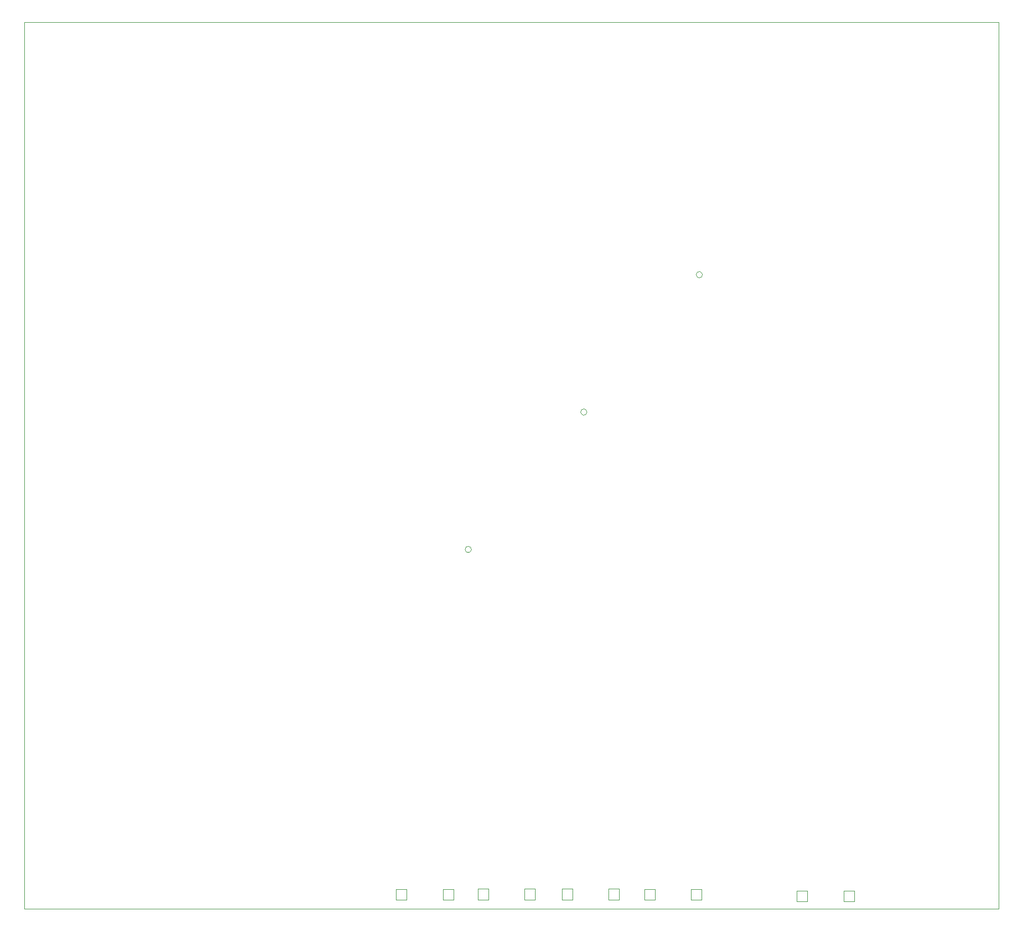
<source format=gm1>
G04 #@! TF.GenerationSoftware,KiCad,Pcbnew,8.0.0-rc1*
G04 #@! TF.CreationDate,2024-04-08T12:56:38+03:00*
G04 #@! TF.ProjectId,MXVR_3566,4d585652-5f33-4353-9636-2e6b69636164,REV1*
G04 #@! TF.SameCoordinates,Original*
G04 #@! TF.FileFunction,Profile,NP*
%FSLAX46Y46*%
G04 Gerber Fmt 4.6, Leading zero omitted, Abs format (unit mm)*
G04 Created by KiCad (PCBNEW 8.0.0-rc1) date 2024-04-08 12:56:38*
%MOMM*%
%LPD*%
G01*
G04 APERTURE LIST*
G04 #@! TA.AperFunction,Profile*
%ADD10C,0.050000*%
G04 #@! TD*
G04 APERTURE END LIST*
D10*
X47470000Y-25550000D02*
X203470000Y-25550000D01*
X203470000Y-167550000D01*
X47470000Y-167550000D01*
X47470000Y-25550000D01*
X119035000Y-110020000D02*
G75*
G02*
X118035000Y-110020000I-500000J0D01*
G01*
X118035000Y-110020000D02*
G75*
G02*
X119035000Y-110020000I500000J0D01*
G01*
X137535000Y-88020000D02*
G75*
G02*
X136535000Y-88020000I-500000J0D01*
G01*
X136535000Y-88020000D02*
G75*
G02*
X137535000Y-88020000I500000J0D01*
G01*
X156035000Y-66020000D02*
G75*
G02*
X155035000Y-66020000I-500000J0D01*
G01*
X155035000Y-66020000D02*
G75*
G02*
X156035000Y-66020000I500000J0D01*
G01*
X171140000Y-166420000D02*
X172840000Y-166420000D01*
X172840000Y-164720000D01*
X171140000Y-164720000D01*
X171140000Y-166420000D01*
X178640000Y-166420000D02*
X180340000Y-166420000D01*
X180340000Y-164720000D01*
X178640000Y-164720000D01*
X178640000Y-166420000D01*
X106960000Y-166120000D02*
X108660000Y-166120000D01*
X108660000Y-164420000D01*
X106960000Y-164420000D01*
X106960000Y-166120000D01*
X114460000Y-166120000D02*
X116160000Y-166120000D01*
X116160000Y-164420000D01*
X114460000Y-164420000D01*
X114460000Y-166120000D01*
X146720000Y-166130000D02*
X148420000Y-166130000D01*
X148420000Y-164430000D01*
X146720000Y-164430000D01*
X146720000Y-166130000D01*
X154220000Y-166130000D02*
X155920000Y-166130000D01*
X155920000Y-164430000D01*
X154220000Y-164430000D01*
X154220000Y-166130000D01*
X120050000Y-166090000D02*
X121750000Y-166090000D01*
X121750000Y-164390000D01*
X120050000Y-164390000D01*
X120050000Y-166090000D01*
X127550000Y-166090000D02*
X129250000Y-166090000D01*
X129250000Y-164390000D01*
X127550000Y-164390000D01*
X127550000Y-166090000D01*
X133520000Y-166090000D02*
X135220000Y-166090000D01*
X135220000Y-164390000D01*
X133520000Y-164390000D01*
X133520000Y-166090000D01*
X141020000Y-166090000D02*
X142720000Y-166090000D01*
X142720000Y-164390000D01*
X141020000Y-164390000D01*
X141020000Y-166090000D01*
M02*

</source>
